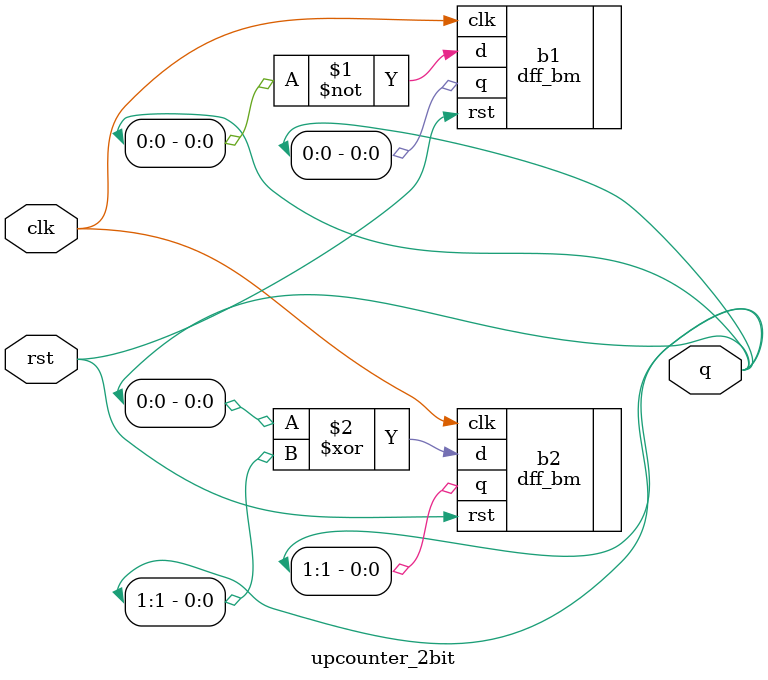
<source format=v>
module upcounter_2bit (output [1:0]q,input clk,rst);
	dff_bm b1 (.q(q[0]),.clk(clk),.rst(rst),.d(~q[0]));
	dff_bm b2 (.q(q[1]),.clk(clk),.rst(rst),.d(q[0]^q[1]));
endmodule 

</source>
